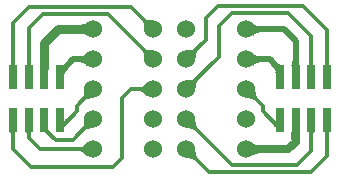
<source format=gbl>
G04 Layer_Physical_Order=2*
G04 Layer_Color=16711680*
%FSTAX24Y24*%
%MOIN*%
G70*
G01*
G75*
%ADD10R,0.0315X0.0787*%
%ADD11C,0.0118*%
%ADD12C,0.0315*%
%ADD13C,0.0197*%
%ADD14C,0.0276*%
%ADD15C,0.0600*%
G36*
X039286Y031397D02*
X039306Y031384D01*
X039328Y031372D01*
X039353Y031362D01*
X039381Y031353D01*
X039411Y031346D01*
X039444Y031341D01*
X03948Y031337D01*
X039559Y031335D01*
X039262Y031038D01*
X039262Y031079D01*
X039256Y031153D01*
X039251Y031186D01*
X039244Y031216D01*
X039235Y031244D01*
X039225Y031269D01*
X039214Y031292D01*
X0392Y031311D01*
X039185Y031329D01*
X039269Y031412D01*
X039286Y031397D01*
D02*
G37*
G36*
X042901Y031224D02*
X042924Y031205D01*
X042947Y031188D01*
X042971Y031174D01*
X042996Y031161D01*
X043021Y031151D01*
X043047Y031144D01*
X043073Y031138D01*
X0431Y031135D01*
X043128Y031133D01*
Y030937D01*
X0431Y030935D01*
X043073Y030932D01*
X043047Y030927D01*
X043021Y030919D01*
X042996Y030909D01*
X042971Y030896D01*
X042947Y030882D01*
X042924Y030865D01*
X042901Y030846D01*
X042879Y030825D01*
Y031245D01*
X042901Y031224D01*
D02*
G37*
G36*
X037348Y030825D02*
X037336Y030835D01*
X037323Y030844D01*
X037306Y030852D01*
X037288Y030859D01*
X037267Y030864D01*
X037244Y030869D01*
X037218Y030873D01*
X03716Y030877D01*
X037127Y030878D01*
Y031193D01*
X03716Y031193D01*
X037218Y031197D01*
X037244Y031201D01*
X037267Y031206D01*
X037288Y031211D01*
X037306Y031218D01*
X037323Y031226D01*
X037336Y031235D01*
X037348Y031245D01*
Y030825D01*
D02*
G37*
G36*
X041042Y030329D02*
X041027Y030311D01*
X041013Y030292D01*
X041001Y030269D01*
X040991Y030244D01*
X040983Y030216D01*
X040976Y030186D01*
X040971Y030153D01*
X040967Y030117D01*
X040965Y030038D01*
X040668Y030335D01*
X040709Y030335D01*
X040782Y030341D01*
X040816Y030346D01*
X040846Y030353D01*
X040874Y030362D01*
X040899Y030372D01*
X040921Y030384D01*
X040941Y030397D01*
X040958Y030412D01*
X041042Y030329D01*
D02*
G37*
G36*
X039286Y030397D02*
X039306Y030384D01*
X039328Y030372D01*
X039353Y030362D01*
X039381Y030353D01*
X039411Y030346D01*
X039444Y030341D01*
X03948Y030337D01*
X039559Y030335D01*
X039262Y030038D01*
X039262Y030079D01*
X039256Y030153D01*
X039251Y030186D01*
X039244Y030216D01*
X039235Y030244D01*
X039225Y030269D01*
X039214Y030292D01*
X0392Y030311D01*
X039185Y030329D01*
X039269Y030412D01*
X039286Y030397D01*
D02*
G37*
G36*
X042901Y030224D02*
X042924Y030205D01*
X042947Y030188D01*
X042971Y030174D01*
X042996Y030161D01*
X043021Y030151D01*
X043047Y030144D01*
X043073Y030138D01*
X0431Y030135D01*
X043128Y030133D01*
Y029937D01*
X0431Y029936D01*
X043073Y029932D01*
X043047Y029927D01*
X043021Y029919D01*
X042996Y029909D01*
X042971Y029896D01*
X042947Y029882D01*
X042924Y029865D01*
X042901Y029846D01*
X042879Y029825D01*
Y030245D01*
X042901Y030224D01*
D02*
G37*
G36*
X037348Y029825D02*
X037326Y029846D01*
X037303Y029865D01*
X03728Y029882D01*
X037256Y029896D01*
X037231Y029909D01*
X037206Y029919D01*
X03718Y029927D01*
X037154Y029932D01*
X037126Y029936D01*
X037099Y029937D01*
Y030133D01*
X037126Y030135D01*
X037154Y030138D01*
X03718Y030144D01*
X037206Y030151D01*
X037231Y030161D01*
X037256Y030174D01*
X03728Y030188D01*
X037303Y030205D01*
X037326Y030224D01*
X037348Y030245D01*
Y029825D01*
D02*
G37*
G36*
X044399Y029981D02*
X044403Y029918D01*
X044407Y029892D01*
X044413Y02987D01*
X044419Y029853D01*
X044427Y029839D01*
X044435Y029829D01*
X044445Y029823D01*
X044456Y029821D01*
X044143D01*
X044154Y029823D01*
X044164Y029829D01*
X044173Y029839D01*
X04418Y029853D01*
X044187Y02987D01*
X044192Y029892D01*
X044196Y029918D01*
X044199Y029947D01*
X044201Y030018D01*
X044398D01*
X044399Y029981D01*
D02*
G37*
G36*
X045409Y029917D02*
X045411Y029896D01*
X045414Y029878D01*
X045418Y029863D01*
X045423Y02985D01*
X04543Y029839D01*
X045438Y029831D01*
X045446Y029825D01*
X045457Y029821D01*
X045468Y02982D01*
X045231D01*
X045243Y029821D01*
X045253Y029825D01*
X045262Y029831D01*
X045269Y029839D01*
X045276Y02985D01*
X045281Y029863D01*
X045285Y029878D01*
X045288Y029896D01*
X04529Y029917D01*
X045291Y029939D01*
X045409D01*
X045409Y029917D01*
D02*
G37*
G36*
X044884D02*
X044886Y029896D01*
X044889Y029878D01*
X044893Y029863D01*
X044898Y02985D01*
X044905Y029839D01*
X044913Y029831D01*
X044922Y029825D01*
X044932Y029821D01*
X044943Y02982D01*
X044707D01*
X044718Y029821D01*
X044728Y029825D01*
X044737Y029831D01*
X044744Y029839D01*
X044751Y02985D01*
X044756Y029863D01*
X04476Y029878D01*
X044763Y029896D01*
X044765Y029917D01*
X044766Y029939D01*
X044884D01*
X044884Y029917D01*
D02*
G37*
G36*
X035462D02*
X035464Y029896D01*
X035466Y029878D01*
X035471Y029863D01*
X035476Y02985D01*
X035482Y029839D01*
X03549Y029831D01*
X035499Y029825D01*
X035509Y029821D01*
X03552Y02982D01*
X035284D01*
X035295Y029821D01*
X035305Y029825D01*
X035314Y029831D01*
X035322Y029839D01*
X035328Y02985D01*
X035334Y029863D01*
X035338Y029878D01*
X035341Y029896D01*
X035342Y029917D01*
X035343Y029939D01*
X035461D01*
X035462Y029917D01*
D02*
G37*
G36*
X034937D02*
X034939Y029896D01*
X034942Y029878D01*
X034946Y029863D01*
X034951Y02985D01*
X034957Y029839D01*
X034965Y029831D01*
X034974Y029825D01*
X034984Y029821D01*
X034995Y02982D01*
X034759D01*
X03477Y029821D01*
X03478Y029825D01*
X034789Y029831D01*
X034797Y029839D01*
X034803Y02985D01*
X034809Y029863D01*
X034813Y029878D01*
X034816Y029896D01*
X034818Y029917D01*
X034818Y029939D01*
X034936D01*
X034937Y029917D01*
D02*
G37*
G36*
X036747Y029763D02*
X036711Y029725D01*
X036653Y029656D01*
X036632Y029625D01*
X036616Y029596D01*
X036604Y029569D01*
X036598Y029545D01*
X036596Y029522D01*
X0366Y029502D01*
X036608Y029484D01*
X036389Y029821D01*
X036401Y029807D01*
X036417Y0298D01*
X036437Y029798D01*
X036459Y029803D01*
X036486Y029814D01*
X036515Y029831D01*
X036548Y029854D01*
X036584Y029883D01*
X036667Y02996D01*
X036747Y029763D01*
D02*
G37*
G36*
X043686Y029934D02*
X043714Y02991D01*
X043741Y029889D01*
X043769Y029871D01*
X043796Y029856D01*
X043823Y029844D01*
X04385Y029834D01*
X043877Y029827D01*
X043904Y029823D01*
X043931Y029821D01*
X04362Y029583D01*
X043632Y029596D01*
X043639Y029613D01*
X04364Y029633D01*
X043635Y029656D01*
X043624Y029682D01*
X043607Y029712D01*
X043584Y029744D01*
X043555Y02978D01*
X043479Y029861D01*
X043658Y02996D01*
X043686Y029934D01*
D02*
G37*
G36*
X041042Y029329D02*
X041027Y029311D01*
X041013Y029292D01*
X041001Y029269D01*
X040991Y029244D01*
X040983Y029216D01*
X040976Y029186D01*
X040971Y029153D01*
X040967Y029117D01*
X040965Y029038D01*
X040668Y029335D01*
X040709Y029335D01*
X040782Y029341D01*
X040816Y029346D01*
X040846Y029353D01*
X040874Y029362D01*
X040899Y029372D01*
X040921Y029384D01*
X040941Y029397D01*
X040958Y029412D01*
X041042Y029329D01*
D02*
G37*
G36*
X039348Y028825D02*
X039319Y028854D01*
X039262Y028902D01*
X039235Y028922D01*
X039209Y028938D01*
X039183Y028952D01*
X039158Y028962D01*
X039134Y02897D01*
X039111Y028974D01*
X039088Y028976D01*
Y029094D01*
X039111Y029096D01*
X039134Y0291D01*
X039158Y029108D01*
X039183Y029118D01*
X039209Y029132D01*
X039235Y029148D01*
X039262Y029168D01*
X03929Y029191D01*
X039348Y029245D01*
Y028825D01*
D02*
G37*
G36*
X042965Y028991D02*
X042971Y028917D01*
X042976Y028884D01*
X042983Y028854D01*
X042991Y028826D01*
X043001Y028801D01*
X043013Y028778D01*
X043027Y028759D01*
X043042Y028742D01*
X042958Y028658D01*
X042941Y028673D01*
X042921Y028686D01*
X042899Y028698D01*
X042874Y028708D01*
X042846Y028717D01*
X042815Y028724D01*
X042782Y028729D01*
X042747Y028733D01*
X042668Y028735D01*
X042965Y029032D01*
X042965Y028991D01*
D02*
G37*
G36*
X037559Y028735D02*
X037518Y028735D01*
X037444Y028729D01*
X037411Y028724D01*
X037381Y028717D01*
X037353Y028708D01*
X037328Y028698D01*
X037306Y028686D01*
X037286Y028673D01*
X037269Y028658D01*
X037185Y028742D01*
X0372Y028759D01*
X037214Y028778D01*
X037225Y028801D01*
X037236Y028826D01*
X037244Y028854D01*
X037251Y028884D01*
X037256Y028917D01*
X03726Y028953D01*
X037262Y029032D01*
X037559Y028735D01*
D02*
G37*
G36*
X043619Y027725D02*
X043618Y027742D01*
X043615Y027759D01*
X043611Y027776D01*
X043605Y027792D01*
X043598Y027809D01*
X043588Y027826D01*
X043578Y027842D01*
X043565Y027859D01*
X043551Y027876D01*
X043535Y027892D01*
Y02806D01*
X043551Y028045D01*
X043565Y028033D01*
X043578Y028024D01*
X043588Y028019D01*
X043598Y028018D01*
X043605Y028019D01*
X043611Y028024D01*
X043615Y028033D01*
X043618Y028045D01*
X043619Y02806D01*
Y027725D01*
D02*
G37*
G36*
X036692Y027892D02*
X036676Y027876D01*
X036661Y027859D01*
X036649Y027842D01*
X036638Y027825D01*
X036628Y027808D01*
X036621Y027792D01*
X036615Y027775D01*
X03661Y027758D01*
X036608Y027742D01*
X036607Y027725D01*
Y02806D01*
X036608Y028044D01*
X03661Y028032D01*
X036615Y028024D01*
X036621Y028019D01*
X036628Y028017D01*
X036638Y028019D01*
X036649Y028024D01*
X036661Y028032D01*
X036676Y028044D01*
X036692Y02806D01*
Y027892D01*
D02*
G37*
G36*
X040965Y027991D02*
X040971Y027917D01*
X040976Y027884D01*
X040983Y027854D01*
X040991Y027826D01*
X041001Y027801D01*
X041013Y027778D01*
X041027Y027759D01*
X041042Y027742D01*
X040958Y027658D01*
X040941Y027673D01*
X040921Y027686D01*
X040899Y027698D01*
X040874Y027708D01*
X040846Y027717D01*
X040816Y027724D01*
X040782Y027729D01*
X040747Y027733D01*
X040668Y027735D01*
X040965Y028032D01*
X040965Y027991D01*
D02*
G37*
G36*
X037559Y027735D02*
X037518Y027735D01*
X037444Y027729D01*
X037411Y027724D01*
X037381Y027717D01*
X037353Y027708D01*
X037328Y027698D01*
X037306Y027686D01*
X037286Y027673D01*
X037269Y027658D01*
X037185Y027742D01*
X0372Y027759D01*
X037214Y027778D01*
X037225Y027801D01*
X037236Y027826D01*
X037244Y027854D01*
X037251Y027884D01*
X037256Y027917D01*
X03726Y027953D01*
X037262Y028032D01*
X037559Y027735D01*
D02*
G37*
G36*
X036073Y02772D02*
X036068Y027712D01*
X036066Y027701D01*
X036069Y027687D01*
X036075Y027672D01*
X036086Y027654D01*
X0361Y027634D01*
X036118Y027612D01*
X036167Y02756D01*
X036024Y027535D01*
X036003Y027556D01*
X035963Y02759D01*
X035944Y027602D01*
X035927Y027612D01*
X035911Y027619D01*
X035896Y027624D01*
X035882Y027625D01*
X035869Y027624D01*
X035857Y02762D01*
X036082Y027727D01*
X036073Y02772D01*
D02*
G37*
G36*
X045457Y027619D02*
X045446Y027615D01*
X045438Y027609D01*
X04543Y027601D01*
X045423Y02759D01*
X045418Y027577D01*
X045414Y027562D01*
X045411Y027544D01*
X045409Y027523D01*
X045409Y027501D01*
X045291D01*
X04529Y027523D01*
X045288Y027544D01*
X045285Y027562D01*
X045281Y027577D01*
X045276Y02759D01*
X045269Y027601D01*
X045262Y027609D01*
X045253Y027615D01*
X045243Y027619D01*
X045231Y02762D01*
X045468D01*
X045457Y027619D01*
D02*
G37*
G36*
X044932D02*
X044922Y027615D01*
X044913Y027609D01*
X044905Y027601D01*
X044898Y02759D01*
X044893Y027577D01*
X044889Y027562D01*
X044886Y027544D01*
X044884Y027523D01*
X044884Y027501D01*
X044766D01*
X044765Y027523D01*
X044763Y027544D01*
X04476Y027562D01*
X044756Y027577D01*
X044751Y02759D01*
X044744Y027601D01*
X044737Y027609D01*
X044728Y027615D01*
X044718Y027619D01*
X044707Y02762D01*
X044943D01*
X044932Y027619D01*
D02*
G37*
G36*
X035509D02*
X035499Y027615D01*
X03549Y027609D01*
X035482Y027601D01*
X035476Y02759D01*
X035471Y027577D01*
X035466Y027562D01*
X035464Y027544D01*
X035462Y027523D01*
X035461Y027501D01*
X035343D01*
X035342Y027523D01*
X035341Y027544D01*
X035338Y027562D01*
X035334Y027577D01*
X035328Y02759D01*
X035322Y027601D01*
X035314Y027609D01*
X035305Y027615D01*
X035295Y027619D01*
X035284Y02762D01*
X03552D01*
X035509Y027619D01*
D02*
G37*
G36*
X034984D02*
X034974Y027615D01*
X034965Y027609D01*
X034957Y027601D01*
X034951Y02759D01*
X034946Y027577D01*
X034942Y027562D01*
X034939Y027544D01*
X034937Y027523D01*
X034936Y027501D01*
X034818D01*
X034818Y027523D01*
X034816Y027544D01*
X034813Y027562D01*
X034809Y027577D01*
X034803Y02759D01*
X034797Y027601D01*
X034789Y027609D01*
X03478Y027615D01*
X03477Y027619D01*
X034759Y02762D01*
X034995D01*
X034984Y027619D01*
D02*
G37*
G36*
X044453Y027616D02*
X044449Y027608D01*
X044447Y027594D01*
X044444Y027575D01*
X04444Y02752D01*
X044438Y027343D01*
X044162D01*
X044162Y027396D01*
X044147Y027616D01*
X044143Y027619D01*
X044456D01*
X044453Y027616D01*
D02*
G37*
G36*
X042894Y027231D02*
X042911Y027219D01*
X042929Y027208D01*
X04295Y027199D01*
X042972Y027191D01*
X042996Y027184D01*
X043022Y027179D01*
X04305Y027176D01*
X04308Y027174D01*
X043111Y027173D01*
Y026897D01*
X04308Y026897D01*
X043022Y026891D01*
X042996Y026886D01*
X042972Y026879D01*
X04295Y026871D01*
X042929Y026862D01*
X042911Y026851D01*
X042894Y026839D01*
X042879Y026825D01*
Y027245D01*
X042894Y027231D01*
D02*
G37*
G36*
X037348Y026825D02*
X037319Y026854D01*
X037262Y026902D01*
X037235Y026922D01*
X037209Y026938D01*
X037183Y026952D01*
X037158Y026962D01*
X037134Y02697D01*
X037111Y026974D01*
X037088Y026976D01*
Y027094D01*
X037111Y027096D01*
X037134Y0271D01*
X037158Y027108D01*
X037183Y027118D01*
X037209Y027132D01*
X037235Y027148D01*
X037262Y027168D01*
X03729Y027191D01*
X037348Y027245D01*
Y026825D01*
D02*
G37*
G36*
X040965Y026991D02*
X040971Y026917D01*
X040976Y026884D01*
X040983Y026854D01*
X040991Y026826D01*
X041001Y026801D01*
X041013Y026778D01*
X041027Y026759D01*
X041042Y026742D01*
X040958Y026658D01*
X040941Y026673D01*
X040921Y026686D01*
X040899Y026698D01*
X040874Y026708D01*
X040846Y026717D01*
X040816Y026724D01*
X040782Y026729D01*
X040747Y026733D01*
X040668Y026735D01*
X040965Y027032D01*
X040965Y026991D01*
D02*
G37*
D10*
X043775Y029429D02*
D03*
X0443D02*
D03*
X044825D02*
D03*
X04535D02*
D03*
Y028011D02*
D03*
X044825D02*
D03*
X0443D02*
D03*
X043775D02*
D03*
X036452D02*
D03*
X035927D02*
D03*
X035402D02*
D03*
X034877D02*
D03*
Y029429D02*
D03*
X035402D02*
D03*
X035927D02*
D03*
X036452D02*
D03*
D11*
X038814Y029035D02*
X039562D01*
X038519Y02874D02*
X038814Y029035D01*
X038519Y026748D02*
Y02874D01*
X038208Y026437D02*
X038519Y026748D01*
X035476Y026437D02*
X038208D01*
X034877Y027035D02*
X035476Y026437D01*
X034877Y027035D02*
Y028326D01*
X035402Y027413D02*
Y028326D01*
Y027413D02*
X03578Y027035D01*
X037562D01*
X035402Y029744D02*
Y031078D01*
X035879Y031555D01*
X038043D01*
X039562Y030035D01*
X034877Y029744D02*
Y03125D01*
X035419Y031791D01*
X038806D01*
X039562Y031035D01*
X040665Y029035D02*
X04175Y03012D01*
Y03115D01*
X044825Y029744D02*
Y030825D01*
X040665Y030035D02*
X0413Y03067D01*
Y0314D01*
X04535Y029744D02*
Y031D01*
X042186Y031586D02*
X044064D01*
X04175Y03115D02*
X042186Y031586D01*
X044064D02*
X044825Y030825D01*
X041704Y031804D02*
X044546D01*
X0413Y0314D02*
X041704Y031804D01*
X044546D02*
X04535Y031D01*
X040665Y027035D02*
X04142Y026279D01*
X044808D01*
X04535Y02682D01*
Y028326D01*
X040665Y028035D02*
X042184Y026515D01*
X044348D01*
X044825Y026992D01*
Y028326D01*
X03687Y027343D02*
X037562Y028035D01*
X036301Y027343D02*
X03687D01*
X035927Y027716D02*
Y028326D01*
Y027716D02*
X036301Y027343D01*
X037017Y02849D02*
X037562Y029035D01*
X037017Y028301D02*
Y02849D01*
X036472Y027756D02*
X037017Y028301D01*
X042665Y029035D02*
X04321Y02849D01*
Y028301D02*
Y02849D01*
Y028301D02*
X043755Y027756D01*
D12*
X035927Y029744D02*
Y03057D01*
X036392Y031035D01*
X037562D01*
D13*
X036881Y030035D02*
X037562D01*
X042665D02*
X043444D01*
X042665Y031035D02*
X043915D01*
X0443Y03065D01*
Y029744D02*
Y03065D01*
X036472Y029626D02*
X036881Y030035D01*
X043444D02*
X043755Y029724D01*
D14*
X042665Y027035D02*
X044058D01*
X0443Y027277D01*
Y028011D01*
D15*
X042665Y027035D02*
D03*
Y028035D02*
D03*
Y031035D02*
D03*
Y030035D02*
D03*
Y029035D02*
D03*
X040665Y027035D02*
D03*
Y028035D02*
D03*
Y031035D02*
D03*
Y030035D02*
D03*
Y029035D02*
D03*
X039562Y027035D02*
D03*
Y028035D02*
D03*
Y031035D02*
D03*
Y030035D02*
D03*
Y029035D02*
D03*
X037562Y027035D02*
D03*
Y028035D02*
D03*
Y031035D02*
D03*
Y030035D02*
D03*
Y029035D02*
D03*
M02*

</source>
